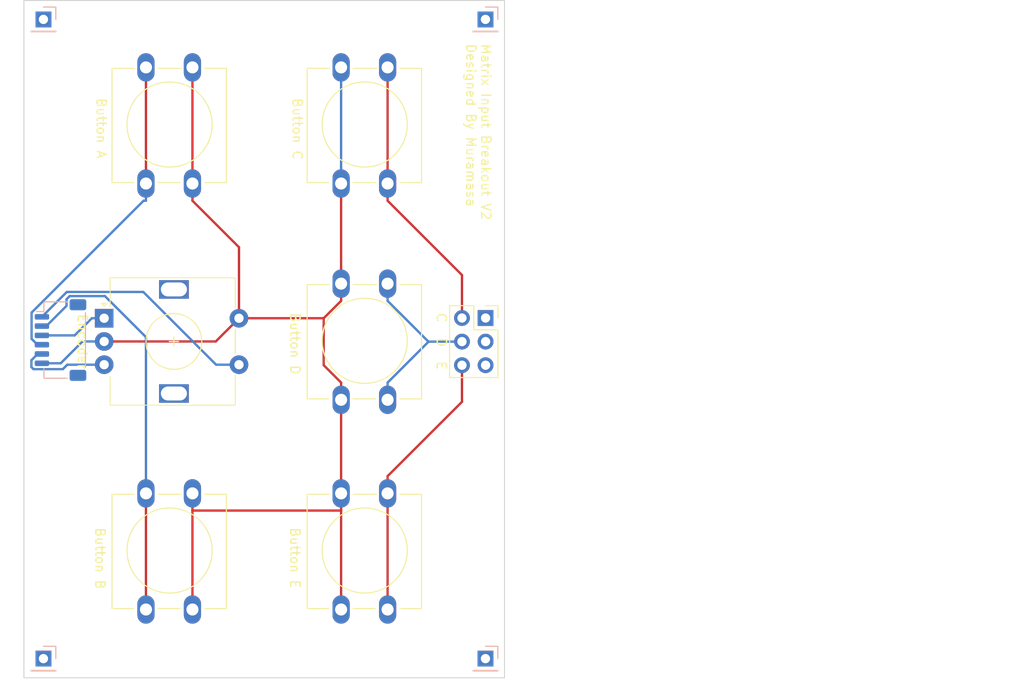
<source format=kicad_pcb>
(kicad_pcb (version 20221018) (generator pcbnew)
  (layers (0 "F.Cu" signal) (31 "B.Cu" signal) (34 "B.Paste" user) (35 "F.Paste" user) (36 "B.SilkS" user "B.Silkscreen") (37 "F.SilkS" user "F.Silkscreen") (38 "B.Mask" user) (39 "F.Mask" user) (44 "Edge.Cuts" user))
  (net 0 "")
  (net 1 "Net-(IO1-Pin_1)")
  (net 2 "Net-(IO1-Pin_2)")
  (net 3 "Net-(IO1-Pin_3)")
  (net 4 "Net-(IO1-Pin_4)")
  (net 5 "Net-(IO1-Pin_5)")
  (net 6 "Net-(IO1-Pin_6)")
  (net 12 "Net-(J7-Pin_2)")
  (net 14 "Net-(J7-Pin_4)")
  (net 16 "Net-(J7-Pin_6)")
  (footprint "Connector_PinSocket_2.54mm:PinSocket_2x03_P2.54mm_Vertical" (layer "F.Cu") (at 178.435 77.739)
    (fp_text reference "J7" hide)
    (fp_text value "Conn_02x03_Odd_Even" hide)
    (fp_line (start -3.87 -1.33) (end -3.87 6.41) (stroke (width 0.12)) (layer "F.SilkS"))
    (fp_line (start -3.87 -1.33) (end -1.27 -1.33) (stroke (width 0.12)) (layer "F.SilkS"))
    (fp_line (start -3.87 6.41) (end 1.33 6.41) (stroke (width 0.12)) (layer "F.SilkS"))
    (fp_line (start -1.27 -1.33) (end -1.27 1.27) (stroke (width 0.12)) (layer "F.SilkS"))
    (fp_line (start -1.27 1.27) (end 1.33 1.27) (stroke (width 0.12)) (layer "F.SilkS"))
    (fp_line (start 0 -1.33) (end 1.33 -1.33) (stroke (width 0.12)) (layer "F.SilkS"))
    (fp_line (start 1.33 -1.33) (end 1.33 0) (stroke (width 0.12)) (layer "F.SilkS"))
    (fp_line (start 1.33 1.27) (end 1.33 6.41) (stroke (width 0.12)) (layer "F.SilkS"))
    (pad "1" thru_hole rect (at 0 0) (size 1.7 1.7) (drill 1) (layers "*.Cu" "*.Mask"))
    (pad "2" thru_hole oval (at -2.54 0) (size 1.7 1.7) (drill 1) (layers "*.Cu" "*.Mask") (net 12 "Net-(J7-Pin_2)"))
    (pad "3" thru_hole oval (at 0 2.54) (size 1.7 1.7) (drill 1) (layers "*.Cu" "*.Mask"))
    (pad "4" thru_hole oval (at -2.54 2.54) (size 1.7 1.7) (drill 1) (layers "*.Cu" "*.Mask") (net 14 "Net-(J7-Pin_4)"))
    (pad "5" thru_hole oval (at 0 5.08) (size 1.7 1.7) (drill 1) (layers "*.Cu" "*.Mask"))
    (pad "6" thru_hole oval (at -2.54 5.08) (size 1.7 1.7) (drill 1) (layers "*.Cu" "*.Mask") (net 16 "Net-(J7-Pin_6)"))
  )
  (footprint "Custom:SW_PUSH-12mm" (layer "F.Cu") (at 162.894 109.113 90)
    (fp_text reference "SW6" hide)
    (fp_text value "SW_Push")
    (fp_line (start 0.1 -3.65) (end 12.4 -3.65) (stroke (width 0.12)) (layer "F.SilkS"))
    (fp_line (start 0.1 8.65) (end 0.1016 6.3246) (stroke (width 0.12)) (layer "F.SilkS"))
    (fp_line (start 0.1016 -1.3208) (end 0.1 -3.65) (stroke (width 0.12)) (layer "F.SilkS"))
    (fp_line (start 0.1016 3.683) (end 0.1016 1.27) (stroke (width 0.12)) (layer "F.SilkS"))
    (fp_line (start 12.4 -3.65) (end 12.4 -1.27) (stroke (width 0.12)) (layer "F.SilkS"))
    (fp_line (start 12.4 1.2954) (end 12.4 3.7846) (stroke (width 0.12)) (layer "F.SilkS"))
    (fp_line (start 12.4 6.3246) (end 12.4 8.65) (stroke (width 0.12)) (layer "F.SilkS"))
    (fp_line (start 12.4 8.65) (end 0.1 8.65) (stroke (width 0.12)) (layer "F.SilkS"))
    (fp_circle (center 6.35 2.54) (end 10.16 5.08) (stroke (width 0.12)) (fill none) (layer "F.SilkS"))
    (pad "1" thru_hole oval (at 0 0 90) (size 3.048 1.85) (drill 1.3) (layers "*.Cu" "*.Mask") (net 6 "Net-(IO1-Pin_6)"))
    (pad "1" thru_hole oval (at 12.5 0 90) (size 3.048 1.85) (drill 1.3) (layers "*.Cu" "*.Mask") (net 6 "Net-(IO1-Pin_6)"))
    (pad "2" thru_hole oval (at 0 5 90) (size 3.048 1.85) (drill 1.3) (layers "*.Cu" "*.Mask") (net 16 "Net-(J7-Pin_6)"))
    (pad "2" thru_hole oval (at 12.5 5 90) (size 3.048 1.85) (drill 1.3) (layers "*.Cu" "*.Mask") (net 16 "Net-(J7-Pin_6)"))
  )
  (footprint "Custom:SW_PUSH-12mm" (layer "F.Cu") (at 162.894 63.264 90)
    (fp_text reference "SW4" hide)
    (fp_text value "SW_Push")
    (fp_line (start 0.1 -3.65) (end 12.4 -3.65) (stroke (width 0.12)) (layer "F.SilkS"))
    (fp_line (start 0.1 8.65) (end 0.1016 6.3246) (stroke (width 0.12)) (layer "F.SilkS"))
    (fp_line (start 0.1016 -1.3208) (end 0.1 -3.65) (stroke (width 0.12)) (layer "F.SilkS"))
    (fp_line (start 0.1016 3.683) (end 0.1016 1.27) (stroke (width 0.12)) (layer "F.SilkS"))
    (fp_line (start 12.4 -3.65) (end 12.4 -1.27) (stroke (width 0.12)) (layer "F.SilkS"))
    (fp_line (start 12.4 1.2954) (end 12.4 3.7846) (stroke (width 0.12)) (layer "F.SilkS"))
    (fp_line (start 12.4 6.3246) (end 12.4 8.65) (stroke (width 0.12)) (layer "F.SilkS"))
    (fp_line (start 12.4 8.65) (end 0.1 8.65) (stroke (width 0.12)) (layer "F.SilkS"))
    (fp_circle (center 6.35 2.54) (end 10.16 5.08) (stroke (width 0.12)) (fill none) (layer "F.SilkS"))
    (pad "1" thru_hole oval (at 0 0 90) (size 3.048 1.85) (drill 1.3) (layers "*.Cu" "*.Mask") (net 6 "Net-(IO1-Pin_6)"))
    (pad "1" thru_hole oval (at 12.5 0 90) (size 3.048 1.85) (drill 1.3) (layers "*.Cu" "*.Mask") (net 6 "Net-(IO1-Pin_6)"))
    (pad "2" thru_hole oval (at 0 5 90) (size 3.048 1.85) (drill 1.3) (layers "*.Cu" "*.Mask") (net 12 "Net-(J7-Pin_2)"))
    (pad "2" thru_hole oval (at 12.5 5 90) (size 3.048 1.85) (drill 1.3) (layers "*.Cu" "*.Mask") (net 12 "Net-(J7-Pin_2)"))
  )
  (footprint "Custom:Breadboard" (layer "F.Cu") (at 150 80)
    (fp_text reference "J1" hide)
    (fp_text value "Conn_01x01" hide)
  )
  (footprint "Custom:SW_PUSH-12mm" (layer "F.Cu") (at 141.906 109.113 90)
    (fp_text reference "SW2" hide)
    (fp_text value "SW_Push")
    (fp_line (start 0.1 -3.65) (end 12.4 -3.65) (stroke (width 0.12)) (layer "F.SilkS"))
    (fp_line (start 0.1 8.65) (end 0.1016 6.3246) (stroke (width 0.12)) (layer "F.SilkS"))
    (fp_line (start 0.1016 -1.3208) (end 0.1 -3.65) (stroke (width 0.12)) (layer "F.SilkS"))
    (fp_line (start 0.1016 3.683) (end 0.1016 1.27) (stroke (width 0.12)) (layer "F.SilkS"))
    (fp_line (start 12.4 -3.65) (end 12.4 -1.27) (stroke (width 0.12)) (layer "F.SilkS"))
    (fp_line (start 12.4 1.2954) (end 12.4 3.7846) (stroke (width 0.12)) (layer "F.SilkS"))
    (fp_line (start 12.4 6.3246) (end 12.4 8.65) (stroke (width 0.12)) (layer "F.SilkS"))
    (fp_line (start 12.4 8.65) (end 0.1 8.65) (stroke (width 0.12)) (layer "F.SilkS"))
    (fp_circle (center 6.35 2.54) (end 10.16 5.08) (stroke (width 0.12)) (fill none) (layer "F.SilkS"))
    (pad "1" thru_hole oval (at 0 0 90) (size 3.048 1.85) (drill 1.3) (layers "*.Cu" "*.Mask") (net 2 "Net-(IO1-Pin_2)"))
    (pad "1" thru_hole oval (at 12.5 0 90) (size 3.048 1.85) (drill 1.3) (layers "*.Cu" "*.Mask") (net 2 "Net-(IO1-Pin_2)"))
    (pad "2" thru_hole oval (at 0 5 90) (size 3.048 1.85) (drill 1.3) (layers "*.Cu" "*.Mask") (net 6 "Net-(IO1-Pin_6)"))
    (pad "2" thru_hole oval (at 12.5 5 90) (size 3.048 1.85) (drill 1.3) (layers "*.Cu" "*.Mask") (net 6 "Net-(IO1-Pin_6)"))
  )
  (footprint "Custom:SW_PUSH-12mm" (layer "F.Cu") (at 141.906 63.264 90)
    (fp_text reference "SW3" hide)
    (fp_text value "SW_Push")
    (fp_line (start 0.1 -3.65) (end 12.4 -3.65) (stroke (width 0.12)) (layer "F.SilkS"))
    (fp_line (start 0.1 8.65) (end 0.1016 6.3246) (stroke (width 0.12)) (layer "F.SilkS"))
    (fp_line (start 0.1016 -1.3208) (end 0.1 -3.65) (stroke (width 0.12)) (layer "F.SilkS"))
    (fp_line (start 0.1016 3.683) (end 0.1016 1.27) (stroke (width 0.12)) (layer "F.SilkS"))
    (fp_line (start 12.4 -3.65) (end 12.4 -1.27) (stroke (width 0.12)) (layer "F.SilkS"))
    (fp_line (start 12.4 1.2954) (end 12.4 3.7846) (stroke (width 0.12)) (layer "F.SilkS"))
    (fp_line (start 12.4 6.3246) (end 12.4 8.65) (stroke (width 0.12)) (layer "F.SilkS"))
    (fp_line (start 12.4 8.65) (end 0.1 8.65) (stroke (width 0.12)) (layer "F.SilkS"))
    (fp_circle (center 6.35 2.54) (end 10.16 5.08) (stroke (width 0.12)) (fill none) (layer "F.SilkS"))
    (pad "1" thru_hole oval (at 0 0 90) (size 3.048 1.85) (drill 1.3) (layers "*.Cu" "*.Mask") (net 4 "Net-(IO1-Pin_4)"))
    (pad "1" thru_hole oval (at 12.5 0 90) (size 3.048 1.85) (drill 1.3) (layers "*.Cu" "*.Mask") (net 4 "Net-(IO1-Pin_4)"))
    (pad "2" thru_hole oval (at 0 5 90) (size 3.048 1.85) (drill 1.3) (layers "*.Cu" "*.Mask") (net 6 "Net-(IO1-Pin_6)"))
    (pad "2" thru_hole oval (at 12.5 5 90) (size 3.048 1.85) (drill 1.3) (layers "*.Cu" "*.Mask") (net 6 "Net-(IO1-Pin_6)"))
  )
  (footprint "Custom:SW_PUSH-12mm" (layer "F.Cu") (at 162.894 86.541 90)
    (fp_text reference "SW5" hide)
    (fp_text value "SW_Push")
    (fp_line (start 0.1 -3.65) (end 12.4 -3.65) (stroke (width 0.12)) (layer "F.SilkS"))
    (fp_line (start 0.1 8.65) (end 0.1016 6.3246) (stroke (width 0.12)) (layer "F.SilkS"))
    (fp_line (start 0.1016 -1.3208) (end 0.1 -3.65) (stroke (width 0.12)) (layer "F.SilkS"))
    (fp_line (start 0.1016 3.683) (end 0.1016 1.27) (stroke (width 0.12)) (layer "F.SilkS"))
    (fp_line (start 12.4 -3.65) (end 12.4 -1.27) (stroke (width 0.12)) (layer "F.SilkS"))
    (fp_line (start 12.4 1.2954) (end 12.4 3.7846) (stroke (width 0.12)) (layer "F.SilkS"))
    (fp_line (start 12.4 6.3246) (end 12.4 8.65) (stroke (width 0.12)) (layer "F.SilkS"))
    (fp_line (start 12.4 8.65) (end 0.1 8.65) (stroke (width 0.12)) (layer "F.SilkS"))
    (fp_circle (center 6.35 2.54) (end 10.16 5.08) (stroke (width 0.12)) (fill none) (layer "F.SilkS"))
    (pad "1" thru_hole oval (at 0 0 90) (size 3.048 1.85) (drill 1.3) (layers "*.Cu" "*.Mask") (net 6 "Net-(IO1-Pin_6)"))
    (pad "1" thru_hole oval (at 12.5 0 90) (size 3.048 1.85) (drill 1.3) (layers "*.Cu" "*.Mask") (net 6 "Net-(IO1-Pin_6)"))
    (pad "2" thru_hole oval (at 0 5 90) (size 3.048 1.85) (drill 1.3) (layers "*.Cu" "*.Mask") (net 14 "Net-(J7-Pin_4)"))
    (pad "2" thru_hole oval (at 12.5 5 90) (size 3.048 1.85) (drill 1.3) (layers "*.Cu" "*.Mask") (net 14 "Net-(J7-Pin_4)"))
  )
  (footprint "Keebio:RotaryEncoder_Alps_EC11E-Switch_Vertical_H20mm" (layer "F.Cu") (at 144.911 80.264)
    (fp_text reference "SW1" hide)
    (fp_text value "RotaryEncoder_Switch")
    (fp_line (start -7.8 -4.1) (end -7.2 -4.1) (stroke (width 0.12)) (layer "F.SilkS"))
    (fp_line (start -7.5 -3.8) (end -7.8 -4.1) (stroke (width 0.12)) (layer "F.SilkS"))
    (fp_line (start -7.2 -4.1) (end -7.5 -3.8) (stroke (width 0.12)) (layer "F.SilkS"))
    (fp_line (start -6.858 -6.858) (end -6.858 -3.7846) (stroke (width 0.1)) (layer "F.SilkS"))
    (fp_line (start -6.858 6.858) (end -6.858 3.7846) (stroke (width 0.1)) (layer "F.SilkS"))
    (fp_line (start -5.588 6.858) (end -6.858 6.858) (stroke (width 0.1)) (layer "F.SilkS"))
    (fp_line (start -0.5 0) (end 0.5 0) (stroke (width 0.12)) (layer "F.SilkS"))
    (fp_line (start 0 -0.5) (end 0 0.5) (stroke (width 0.12)) (layer "F.SilkS"))
    (fp_line (start 2 6.858) (end -5.588 6.858) (stroke (width 0.1)) (layer "F.SilkS"))
    (fp_line (start 6.1 -6.858) (end -6.858 -6.858) (stroke (width 0.1)) (layer "F.SilkS"))
    (fp_line (start 6.1 6.858) (end 2 6.858) (stroke (width 0.12)) (layer "F.SilkS"))
    (fp_line (start 6.1 6.858) (end 6.604 6.858) (stroke (width 0.1)) (layer "F.SilkS"))
    (fp_line (start 6.604 -6.858) (end 6.1 -6.858) (stroke (width 0.1)) (layer "F.SilkS"))
    (fp_line (start 6.604 -6.858) (end 6.604 -5.9) (stroke (width 0.1)) (layer "F.SilkS"))
    (fp_line (start 6.604 -5.9) (end 6.604 -3.6576) (stroke (width 0.12)) (layer "F.SilkS"))
    (fp_line (start 6.604 -1.3) (end 6.604 1.3) (stroke (width 0.1)) (layer "F.SilkS"))
    (fp_line (start 6.604 -1.3) (end 6.604 1.3) (stroke (width 0.12)) (layer "F.SilkS"))
    (fp_line (start 6.604 1.3) (end 6.604 1.3) (stroke (width 0.1)) (layer "F.SilkS"))
    (fp_line (start 6.604 3.6322) (end 6.604 5.9) (stroke (width 0.12)) (layer "F.SilkS"))
    (fp_line (start 6.604 6.858) (end 6.604 5.9) (stroke (width 0.1)) (layer "F.SilkS"))
    (fp_circle (center 0 0) (end 3 0) (stroke (width 0.12)) (fill none) (layer "F.SilkS"))
    (pad "A" thru_hole rect (at -7.5 -2.5) (size 2 2) (drill 1) (layers "*.Cu" "*.Mask") (net 3 "Net-(IO1-Pin_3)"))
    (pad "B" thru_hole circle (at -7.5 2.5) (size 2 2) (drill 1) (layers "*.Cu" "*.Mask") (net 5 "Net-(IO1-Pin_5)"))
    (pad "C" thru_hole circle (at -7.5 0) (size 2 2) (drill 1) (layers "*.Cu" "*.Mask") (net 6 "Net-(IO1-Pin_6)"))
    (pad "MP" thru_hole rect (at 0 -5.6) (size 3.2 2) (drill oval 2.8 1.5) (layers "*.Cu" "*.Mask"))
    (pad "MP" thru_hole rect (at 0 5.6) (size 3.2 2) (drill oval 2.8 1.5) (layers "*.Cu" "*.Mask"))
    (pad "S1" thru_hole circle (at 7 2.5) (size 2 2) (drill 1) (layers "*.Cu" "*.Mask") (net 1 "Net-(IO1-Pin_1)"))
    (pad "S2" thru_hole circle (at 7 -2.5) (size 2 2) (drill 1) (layers "*.Cu" "*.Mask") (net 6 "Net-(IO1-Pin_6)"))
  )
  (footprint "Custom:raspberrypi_2_3" (layer "B.Cu") (at 234.2896 90.0176 90)
    (fp_text reference "J6" hide)
    (fp_text value "Conn_01x01" hide)
  )
  (footprint "Connector_PinHeader_2.54mm:PinHeader_1x01_P2.54mm_Vertical" (layer "B.Cu") (at 130.88 114.4 180)
    (fp_text reference "J4" hide)
    (fp_text value "Conn_01x01")
    (fp_line (start -1.33 -1.33) (end 1.33 -1.33) (stroke (width 0.12)) (layer "B.SilkS"))
    (fp_line (start -1.33 -1.27) (end -1.33 -1.33) (stroke (width 0.12)) (layer "B.SilkS"))
    (fp_line (start -1.33 -1.27) (end 1.33 -1.27) (stroke (width 0.12)) (layer "B.SilkS"))
    (fp_line (start -1.33 0) (end -1.33 1.33) (stroke (width 0.12)) (layer "B.SilkS"))
    (fp_line (start -1.33 1.33) (end 0 1.33) (stroke (width 0.12)) (layer "B.SilkS"))
    (fp_line (start 1.33 -1.27) (end 1.33 -1.33) (stroke (width 0.12)) (layer "B.SilkS"))
    (pad "1" thru_hole rect (at 0 0 180) (size 1.7 1.7) (drill 1) (layers "*.Cu" "*.Mask"))
  )
  (footprint "Custom:JST_SH_SM06B-SRSS-TB_1x06-1MP_P1.00mm_Horizontal" (layer "B.Cu") (at 132.715 80.1116 -90)
    (fp_text reference "IO1" hide)
    (fp_text value "02x03" hide)
    (fp_line (start -4.11 -0.715) (end -4.11 1.785) (stroke (width 0.12)) (layer "B.SilkS"))
    (fp_line (start -4.11 1.785) (end -3.06 1.785) (stroke (width 0.12)) (layer "B.SilkS"))
    (fp_line (start -3.06 1.785) (end -3.06 2.5908) (stroke (width 0.12)) (layer "B.SilkS"))
    (fp_line (start -2.94 -2.685) (end 2.94 -2.685) (stroke (width 0.12)) (layer "B.SilkS"))
    (fp_line (start 4.11 -0.715) (end 4.11 1.785) (stroke (width 0.12)) (layer "B.SilkS"))
    (fp_line (start 4.11 1.785) (end 3.06 1.785) (stroke (width 0.12)) (layer "B.SilkS"))
    (pad "1" smd roundrect (at -2.5 2 270) (size 0.6 1.55) (layers "B.Cu" "B.Paste" "B.Mask") (net 1 "Net-(IO1-Pin_1)"))
    (pad "2" smd roundrect (at -1.5 2 270) (size 0.6 1.55) (layers "B.Cu" "B.Paste" "B.Mask") (net 2 "Net-(IO1-Pin_2)"))
    (pad "3" smd roundrect (at -0.5 2 270) (size 0.6 1.55) (layers "B.Cu" "B.Paste" "B.Mask") (net 3 "Net-(IO1-Pin_3)"))
    (pad "4" smd roundrect (at 0.5 2 270) (size 0.6 1.55) (layers "B.Cu" "B.Paste" "B.Mask") (net 4 "Net-(IO1-Pin_4)"))
    (pad "5" smd roundrect (at 1.5 2 270) (size 0.6 1.55) (layers "B.Cu" "B.Paste" "B.Mask") (net 5 "Net-(IO1-Pin_5)"))
    (pad "6" smd roundrect (at 2.5 2 270) (size 0.6 1.55) (layers "B.Cu" "B.Paste" "B.Mask") (net 6 "Net-(IO1-Pin_6)"))
    (pad "MP" smd roundrect (at -3.8 -1.875 270) (size 1.2 1.8) (layers "B.Cu" "B.Paste" "B.Mask") (roundrect_rratio 0.208333))
    (pad "MP" smd roundrect (at 3.8 -1.875 270) (size 1.2 1.8) (layers "B.Cu" "B.Paste" "B.Mask") (roundrect_rratio 0.208333))
  )
  (footprint "Connector_PinHeader_2.54mm:PinHeader_1x01_P2.54mm_Vertical" (layer "B.Cu") (at 178.42 45.6 180)
    (fp_text reference "J2" hide)
    (fp_text value "Conn_01x01")
    (fp_line (start -1.33 -1.33) (end 1.33 -1.33) (stroke (width 0.12)) (layer "B.SilkS"))
    (fp_line (start -1.33 -1.27) (end -1.33 -1.33) (stroke (width 0.12)) (layer "B.SilkS"))
    (fp_line (start -1.33 -1.27) (end 1.33 -1.27) (stroke (width 0.12)) (layer "B.SilkS"))
    (fp_line (start -1.33 0) (end -1.33 1.33) (stroke (width 0.12)) (layer "B.SilkS"))
    (fp_line (start -1.33 1.33) (end 0 1.33) (stroke (width 0.12)) (layer "B.SilkS"))
    (fp_line (start 1.33 -1.27) (end 1.33 -1.33) (stroke (width 0.12)) (layer "B.SilkS"))
    (pad "1" thru_hole rect (at 0 0 180) (size 1.7 1.7) (drill 1) (layers "*.Cu" "*.Mask"))
  )
  (footprint "Connector_PinHeader_2.54mm:PinHeader_1x01_P2.54mm_Vertical" (layer "B.Cu") (at 178.42 114.4 180)
    (fp_text reference "J5" hide)
    (fp_text value "Conn_01x01")
    (fp_line (start -1.33 -1.33) (end 1.33 -1.33) (stroke (width 0.12)) (layer "B.SilkS"))
    (fp_line (start -1.33 -1.27) (end -1.33 -1.33) (stroke (width 0.12)) (layer "B.SilkS"))
    (fp_line (start -1.33 -1.27) (end 1.33 -1.27) (stroke (width 0.12)) (layer "B.SilkS"))
    (fp_line (start -1.33 0) (end -1.33 1.33) (stroke (width 0.12)) (layer "B.SilkS"))
    (fp_line (start -1.33 1.33) (end 0 1.33) (stroke (width 0.12)) (layer "B.SilkS"))
    (fp_line (start 1.33 -1.27) (end 1.33 -1.33) (stroke (width 0.12)) (layer "B.SilkS"))
    (pad "1" thru_hole rect (at 0 0 180) (size 1.7 1.7) (drill 1) (layers "*.Cu" "*.Mask"))
  )
  (footprint "Connector_PinHeader_2.54mm:PinHeader_1x01_P2.54mm_Vertical" (layer "B.Cu") (at 130.88 45.6 180)
    (fp_text reference "J3" hide)
    (fp_text value "Conn_01x01")
    (fp_line (start -1.33 -1.33) (end 1.33 -1.33) (stroke (width 0.12)) (layer "B.SilkS"))
    (fp_line (start -1.33 -1.27) (end -1.33 -1.33) (stroke (width 0.12)) (layer "B.SilkS"))
    (fp_line (start -1.33 -1.27) (end 1.33 -1.27) (stroke (width 0.12)) (layer "B.SilkS"))
    (fp_line (start -1.33 0) (end -1.33 1.33) (stroke (width 0.12)) (layer "B.SilkS"))
    (fp_line (start -1.33 1.33) (end 0 1.33) (stroke (width 0.12)) (layer "B.SilkS"))
    (fp_line (start 1.33 -1.27) (end 1.33 -1.33) (stroke (width 0.12)) (layer "B.SilkS"))
    (pad "1" thru_hole rect (at 0 0 180) (size 1.7 1.7) (drill 1) (layers "*.Cu" "*.Mask"))
  )
  (gr_line (start 128.778 43.561) (end 128.778 116.459) (stroke (width 0.1)) (layer "Edge.Cuts"))
  (gr_line (start 128.778 116.459) (end 180.467 116.459) (stroke (width 0.1)) (layer "Edge.Cuts"))
  (gr_line (start 180.467 116.459) (end 180.467 43.561) (stroke (width 0.1)) (layer "Edge.Cuts"))
  (gr_line (start 180.467 43.561) (end 128.778 43.561) (stroke (width 0.1)) (layer "Edge.Cuts"))
  (gr_text "Button C" (at 157.607 53.975 270) (layer "F.SilkS") (effects (font (size 1 1)) (justify left bottom)))
  (gr_text "Button E" (at 157.353 100.203 270) (layer "F.SilkS") (effects (font (size 1 1)) (justify left bottom)))
  (gr_text "Button B" (at 136.398 100.203 270) (layer "F.SilkS") (effects (font (size 1 1)) (justify left bottom)))
  (gr_text "Matrix Input Breakout V2\nDesigned By Muramasa" (at 176.276 48.133 270) (layer "F.SilkS") (effects (font (size 1 1)) (justify left bottom)))
  (gr_text "D" (at 173.101 79.756 -90) (layer "F.SilkS") (effects (font (size 1 1)) (justify left bottom)))
  (gr_text "Encoder" (at 134.493 77.216 -90) (layer "F.SilkS") (effects (font (size 1 1)) (justify left bottom)))
  (gr_text "E" (at 173.101 82.296 -90) (layer "F.SilkS") (effects (font (size 1 1)) (justify left bottom)))
  (gr_text "Button D" (at 157.353 77.089 270) (layer "F.SilkS") (effects (font (size 1 1)) (justify left bottom)))
  (gr_text "Button A" (at 136.525 53.975 270) (layer "F.SilkS") (effects (font (size 1 1)) (justify left bottom)))
  (gr_text "C" (at 173.101 77.089 -90) (layer "F.SilkS") (effects (font (size 1 1)) (justify left bottom)))
  (segment (start 133.3948 74.9318) (end 130.715 77.6116) (width 0.25) (layer "B.Cu") (net 1))
  (segment (start 149.4479 82.764) (end 141.6157 74.9318) (width 0.25) (layer "B.Cu") (net 1))
  (segment (start 151.911 82.764) (end 149.4479 82.764) (width 0.25) (layer "B.Cu") (net 1))
  (segment (start 141.6157 74.9318) (end 133.3948 74.9318) (width 0.25) (layer "B.Cu") (net 1))
  (segment (start 141.906 96.613) (end 141.906 109.113) (width 0.25) (layer "F.Cu") (net 2))
  (segment (start 130.715 78.6116) (end 131.1832 78.6116) (width 0.25) (layer "B.Cu") (net 2))
  (segment (start 133.3621 76.4327) (end 133.3621 75.7224) (width 0.25) (layer "B.Cu") (net 2))
  (segment (start 141.906 79.792) (end 141.906 96.613) (width 0.25) (layer "B.Cu") (net 2))
  (segment (start 131.1832 78.6116) (end 133.3621 76.4327) (width 0.25) (layer "B.Cu") (net 2))
  (segment (start 137.4977 75.3837) (end 141.906 79.792) (width 0.25) (layer "B.Cu") (net 2))
  (segment (start 133.7008 75.3837) (end 137.4977 75.3837) (width 0.25) (layer "B.Cu") (net 2))
  (segment (start 133.3621 75.7224) (end 133.7008 75.3837) (width 0.25) (layer "B.Cu") (net 2))
  (segment (start 137.411 77.764) (end 136.0841 77.764) (width 0.25) (layer "B.Cu") (net 3))
  (segment (start 130.715 79.6116) (end 134.2365 79.6116) (width 0.25) (layer "B.Cu") (net 3))
  (segment (start 134.2365 79.6116) (end 136.0841 77.764) (width 0.25) (layer "B.Cu") (net 3))
  (segment (start 141.906 50.764) (end 141.906 63.264) (width 0.25) (layer "F.Cu") (net 4))
  (segment (start 141.6466 65.1149) (end 141.906 65.1149) (width 0.25) (layer "B.Cu") (net 4))
  (segment (start 129.6044 77.1571) (end 141.6466 65.1149) (width 0.25) (layer "B.Cu") (net 4))
  (segment (start 129.6044 79.977) (end 129.6044 77.1571) (width 0.25) (layer "B.Cu") (net 4))
  (segment (start 130.715 80.6116) (end 130.239 80.6116) (width 0.25) (layer "B.Cu") (net 4))
  (segment (start 130.239 80.6116) (end 129.6044 79.977) (width 0.25) (layer "B.Cu") (net 4))
  (segment (start 141.906 63.264) (end 141.906 65.1149) (width 0.25) (layer "B.Cu") (net 4))
  (segment (start 133.4463 82.764) (end 132.9638 83.2465) (width 0.25) (layer "B.Cu") (net 5))
  (segment (start 129.5851 82.2843) (end 130.2578 81.6116) (width 0.25) (layer "B.Cu") (net 5))
  (segment (start 129.8107 83.2465) (end 129.5851 83.0209) (width 0.25) (layer "B.Cu") (net 5))
  (segment (start 129.5851 83.0209) (end 129.5851 82.2843) (width 0.25) (layer "B.Cu") (net 5))
  (segment (start 130.2578 81.6116) (end 130.715 81.6116) (width 0.25) (layer "B.Cu") (net 5))
  (segment (start 137.411 82.764) (end 133.4463 82.764) (width 0.25) (layer "B.Cu") (net 5))
  (segment (start 132.9638 83.2465) (end 129.8107 83.2465) (width 0.25) (layer "B.Cu") (net 5))
  (segment (start 146.906 98.4639) (end 146.906 109.113) (width 0.25) (layer "F.Cu") (net 6))
  (segment (start 162.894 86.541) (end 162.894 84.6901) (width 0.25) (layer "F.Cu") (net 6))
  (segment (start 161.0219 82.818) (end 162.894 84.6901) (width 0.25) (layer "F.Cu") (net 6))
  (segment (start 151.911 70.1199) (end 146.906 65.1149) (width 0.25) (layer "F.Cu") (net 6))
  (segment (start 162.894 98.4639) (end 146.906 98.4639) (width 0.25) (layer "F.Cu") (net 6))
  (segment (start 149.411 80.264) (end 151.911 77.764) (width 0.25) (layer "F.Cu") (net 6))
  (segment (start 137.411 80.264) (end 149.411 80.264) (width 0.25) (layer "F.Cu") (net 6))
  (segment (start 162.894 96.613) (end 162.894 98.4639) (width 0.25) (layer "F.Cu") (net 6))
  (segment (start 146.906 96.613) (end 146.906 98.4639) (width 0.25) (layer "F.Cu") (net 6))
  (segment (start 162.894 86.541) (end 162.894 96.613) (width 0.25) (layer "F.Cu") (net 6))
  (segment (start 162.894 74.041) (end 162.894 75.8919) (width 0.25) (layer "F.Cu") (net 6))
  (segment (start 146.906 63.264) (end 146.906 65.1149) (width 0.25) (layer "F.Cu") (net 6))
  (segment (start 161.0219 77.764) (end 161.0219 82.818) (width 0.25) (layer "F.Cu") (net 6))
  (segment (start 162.894 63.264) (end 162.894 74.041) (width 0.25) (layer "F.Cu") (net 6))
  (segment (start 146.906 50.764) (end 146.906 63.264) (width 0.25) (layer "F.Cu") (net 6))
  (segment (start 162.894 98.4639) (end 162.894 109.113) (width 0.25) (layer "F.Cu") (net 6))
  (segment (start 161.0219 77.764) (end 162.894 75.8919) (width 0.25) (layer "F.Cu") (net 6))
  (segment (start 151.911 77.764) (end 151.911 70.1199) (width 0.25) (layer "F.Cu") (net 6))
  (segment (start 161.0219 77.764) (end 151.911 77.764) (width 0.25) (layer "F.Cu") (net 6))
  (segment (start 162.894 63.264) (end 162.894 50.764) (width 0.25) (layer "B.Cu") (net 6))
  (segment (start 132.7347 82.6116) (end 130.715 82.6116) (width 0.25) (layer "B.Cu") (net 6))
  (segment (start 137.411 80.264) (end 135.0823 80.264) (width 0.25) (layer "B.Cu") (net 6))
  (segment (start 135.0823 80.264) (end 132.7347 82.6116) (width 0.25) (layer "B.Cu") (net 6))
  (segment (start 175.895 77.739) (end 175.895 73.1159) (width 0.25) (layer "F.Cu") (net 12))
  (segment (start 167.894 50.764) (end 167.894 63.264) (width 0.25) (layer "F.Cu") (net 12))
  (segment (start 167.894 63.264) (end 167.894 65.1149) (width 0.25) (layer "F.Cu") (net 12))
  (segment (start 175.895 73.1159) (end 167.894 65.1149) (width 0.25) (layer "F.Cu") (net 12))
  (segment (start 167.894 86.541) (end 167.894 84.6901) (width 0.25) (layer "B.Cu") (net 14))
  (segment (start 172.2811 80.279) (end 172.2811 80.303) (width 0.25) (layer "B.Cu") (net 14))
  (segment (start 175.895 80.279) (end 172.2811 80.279) (width 0.25) (layer "B.Cu") (net 14))
  (segment (start 172.2811 80.279) (end 167.894 75.8919) (width 0.25) (layer "B.Cu") (net 14))
  (segment (start 172.2811 80.303) (end 167.894 84.6901) (width 0.25) (layer "B.Cu") (net 14))
  (segment (start 167.894 74.041) (end 167.894 75.8919) (width 0.25) (layer "B.Cu") (net 14))
  (segment (start 167.894 96.613) (end 167.894 94.7621) (width 0.25) (layer "F.Cu") (net 16))
  (segment (start 175.895 82.819) (end 175.895 86.7611) (width 0.25) (layer "F.Cu") (net 16))
  (segment (start 175.895 86.7611) (end 167.894 94.7621) (width 0.25) (layer "F.Cu") (net 16))
  (segment (start 167.894 96.613) (end 167.894 109.113) (width 0.25) (layer "F.Cu") (net 16))
)
</source>
